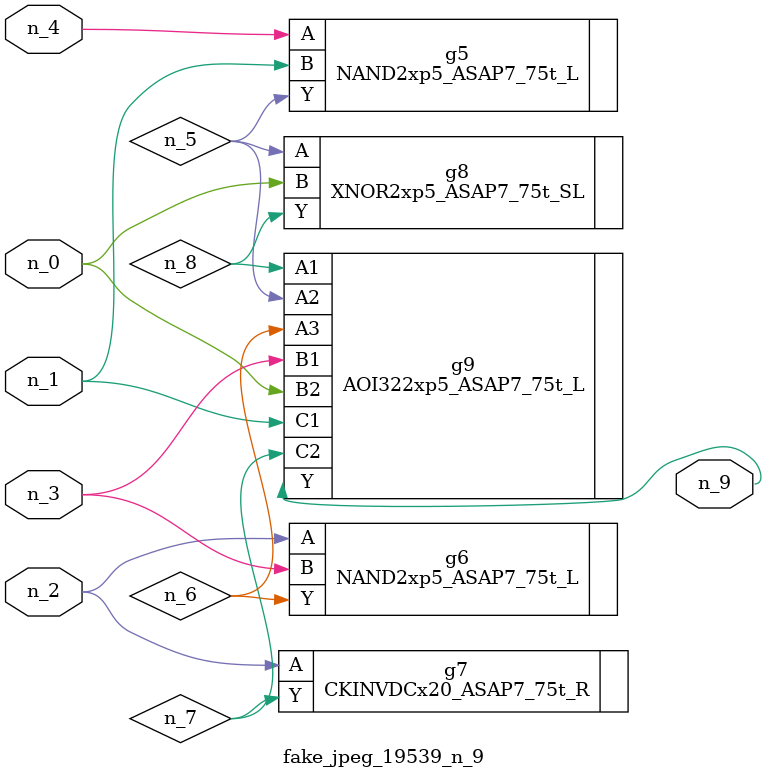
<source format=v>
module fake_jpeg_19539_n_9 (n_3, n_2, n_1, n_0, n_4, n_9);

input n_3;
input n_2;
input n_1;
input n_0;
input n_4;

output n_9;

wire n_8;
wire n_6;
wire n_5;
wire n_7;

NAND2xp5_ASAP7_75t_L g5 ( 
.A(n_4),
.B(n_1),
.Y(n_5)
);

NAND2xp5_ASAP7_75t_L g6 ( 
.A(n_2),
.B(n_3),
.Y(n_6)
);

CKINVDCx20_ASAP7_75t_R g7 ( 
.A(n_2),
.Y(n_7)
);

XNOR2xp5_ASAP7_75t_SL g8 ( 
.A(n_5),
.B(n_0),
.Y(n_8)
);

AOI322xp5_ASAP7_75t_L g9 ( 
.A1(n_8),
.A2(n_5),
.A3(n_6),
.B1(n_3),
.B2(n_0),
.C1(n_1),
.C2(n_7),
.Y(n_9)
);


endmodule
</source>
